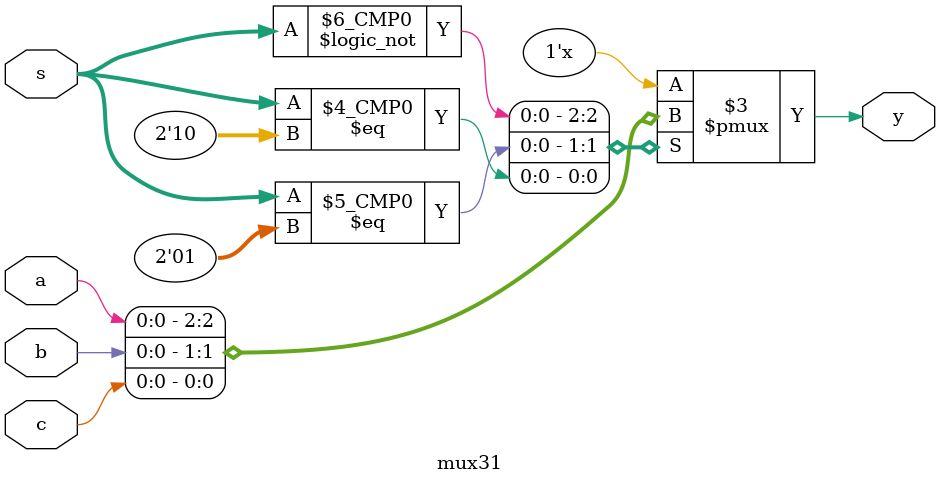
<source format=sv>
module mux31(input logic a, b, c, input logic[1:0] s, output logic y);
    always_comb begin
        case(s)
            2'b00: y = a;
            2'b01: y = b;
            2'b10: y = c;
            2'b11: y = 1'bX;
        endcase
    end
endmodule

</source>
